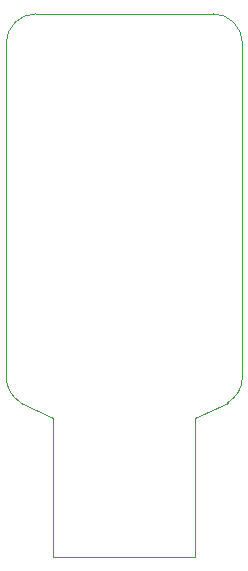
<source format=gbr>
%TF.GenerationSoftware,KiCad,Pcbnew,9.0.2+1*%
%TF.CreationDate,2025-08-04T10:31:06+02:00*%
%TF.ProjectId,ts13_dev_kit,74733133-5f64-4657-965f-6b69742e6b69,rev?*%
%TF.SameCoordinates,Original*%
%TF.FileFunction,Profile,NP*%
%FSLAX46Y46*%
G04 Gerber Fmt 4.6, Leading zero omitted, Abs format (unit mm)*
G04 Created by KiCad (PCBNEW 9.0.2+1) date 2025-08-04 10:31:06*
%MOMM*%
%LPD*%
G01*
G04 APERTURE LIST*
%TA.AperFunction,Profile*%
%ADD10C,0.050000*%
%TD*%
G04 APERTURE END LIST*
D10*
X137500000Y-50000000D02*
X122500000Y-50000000D01*
X138749999Y-82915064D02*
X136000000Y-84250000D01*
X136000000Y-96000000D02*
X136000000Y-84250000D01*
X124000000Y-84250000D02*
X124000000Y-96000000D01*
X120000000Y-52500000D02*
G75*
G02*
X122500000Y-50000000I2500000J0D01*
G01*
X121250000Y-82915064D02*
G75*
G02*
X120000000Y-80750000I1250000J2165064D01*
G01*
X140000000Y-80750000D02*
G75*
G02*
X138750000Y-82915064I-2500000J0D01*
G01*
X137500000Y-50000000D02*
G75*
G02*
X140000000Y-52500000I0J-2500000D01*
G01*
X120000000Y-52500000D02*
X120000000Y-80750000D01*
X124000000Y-96000000D02*
X136000000Y-96000000D01*
X140000000Y-80750000D02*
X140000000Y-52500000D01*
X121250000Y-82915063D02*
X124000000Y-84250000D01*
M02*

</source>
